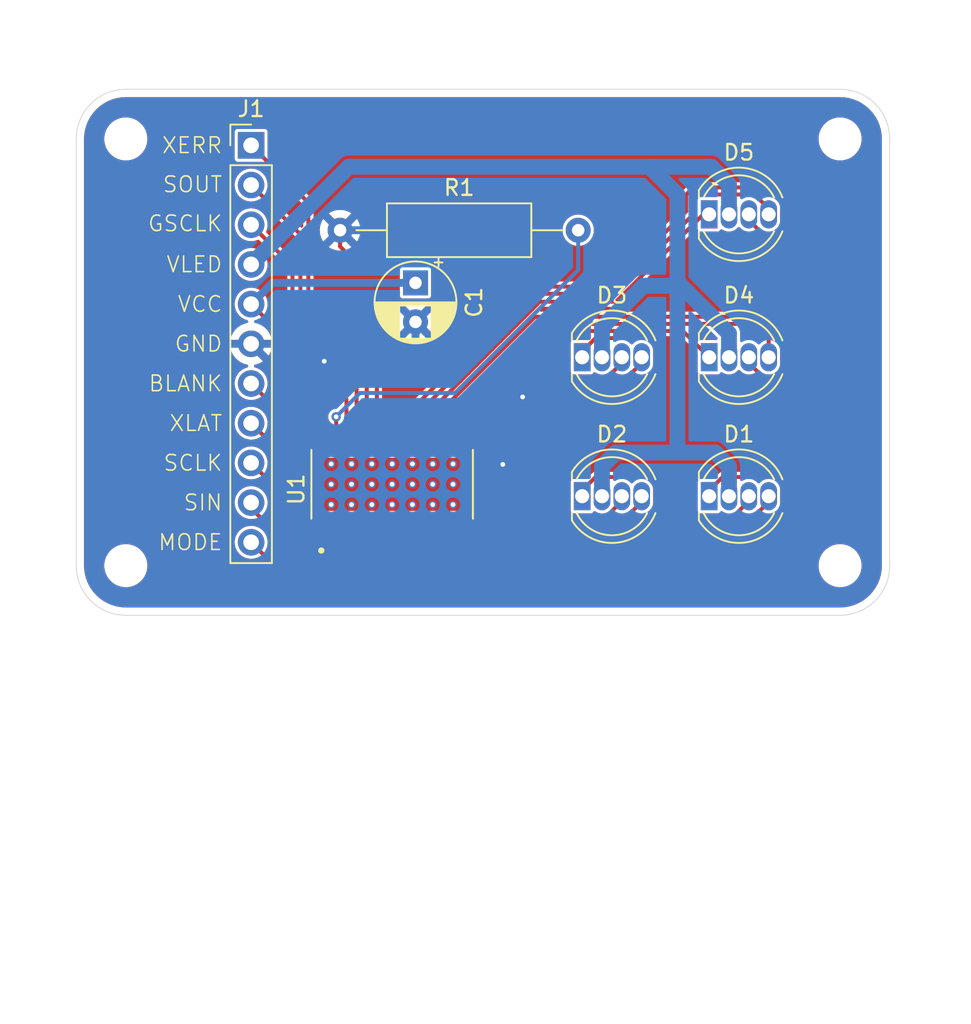
<source format=kicad_pcb>
(kicad_pcb (version 20240108) (generator "pcbnew") (generator_version "8.0")
  (layers (0 "F.Cu" signal) (31 "B.Cu" signal) (34 "B.Paste" user) (35 "F.Paste" user) (36 "B.SilkS" user "B.Silkscreen") (37 "F.SilkS" user "F.Silkscreen") (38 "B.Mask" user) (39 "F.Mask" user) (44 "Edge.Cuts" user))
  (net 0 "")
  (net 1 "VCC")
  (net 2 "GND")
  (net 3 "Net-(D1-BK)")
  (net 4 "Net-(D1-GK)")
  (net 5 "Net-(D1-RK)")
  (net 6 "VLED")
  (net 7 "Net-(D2-GK)")
  (net 8 "Net-(D2-RK)")
  (net 9 "Net-(D2-BK)")
  (net 11 "Net-(D3-GK)")
  (net 12 "Net-(D3-RK)")
  (net 13 "Net-(D3-BK)")
  (net 14 "Net-(D4-GK)")
  (net 15 "Net-(D4-BK)")
  (net 16 "Net-(D4-RK)")
  (net 17 "Net-(D5-BK)")
  (net 18 "Net-(D5-RK)")
  (net 19 "Net-(D5-GK)")
  (net 20 "SOUT")
  (net 21 "SCLK")
  (net 22 "BLANK")
  (net 23 "XERR")
  (net 25 "MODE")
  (net 26 "SIN")
  (net 27 "GSCLK")
  (net 28 "XLAT")
  (net 29 "Net-(U1-IREF)")
  (footprint "MountingHole:MountingHole_2.5mm" (layer "F.Cu") (at 30.48 86.995)
    (property "Reference" "REF**" (hide yes))
    (property "Value" "MountingHole_2.5mm")
    (pad "" np_thru_hole circle (at 0 0) (size 2.5 2.5) (drill 2.5) (layers "*.Cu" "*.Mask"))
  )
  (footprint "local_feetprint:third leg common LED_D5.0mm-4_RGB" (layer "F.Cu") (at 59.69 73.66)
    (property "Reference" "D3" (at 1.905 -3.96 0) (layer "F.SilkS"))
    (property "Value" "LED_ARGB")
    (fp_line (start -0.655 -1.545) (end -0.655 -1.08) (stroke (width 0.12)) (layer "F.SilkS"))
    (fp_line (start -0.655 1.08) (end -0.655 1.545) (stroke (width 0.12)) (layer "F.SilkS"))
    (fp_arc (start -0.655 -1.54483) (mid 2.163456 -2.978809) (end 4.692815 -1.080827) (stroke (width 0.12)) (layer "F.SilkS"))
    (fp_arc (start -0.349684 -1.08) (mid 1.904762 -2.5) (end 4.159479 -1.080429) (stroke (width 0.12)) (layer "F.SilkS"))
    (fp_arc (start 4.159479 1.080429) (mid 1.904762 2.5) (end -0.349684 1.08) (stroke (width 0.12)) (layer "F.SilkS"))
    (fp_arc (start 4.692815 1.080827) (mid 2.163456 2.978808) (end -0.655 1.54483) (stroke (width 0.12)) (layer "F.SilkS"))
    (pad "1" thru_hole oval (at 1.27 0) (size 1.07 1.8) (drill 0.9) (layers "*.Cu" "*.Mask") (net 6 "VLED"))
    (pad "2" thru_hole rect (at 0 0) (size 1.07 1.8) (drill 0.9) (layers "*.Cu" "*.Mask") (net 12 "Net-(D3-RK)"))
    (pad "3" thru_hole oval (at 3.81 0) (size 1.07 1.8) (drill 0.9) (layers "*.Cu" "*.Mask") (net 11 "Net-(D3-GK)"))
    (pad "4" thru_hole oval (at 2.54 0) (size 1.07 1.8) (drill 0.9) (layers "*.Cu" "*.Mask") (net 13 "Net-(D3-BK)"))
  )
  (footprint "Connector_PinHeader_2.54mm:PinHeader_1x11_P2.54mm_Vertical" (layer "F.Cu") (at 38.5 60.1)
    (property "Reference" "J1" (at 0 -2.33 0) (layer "F.SilkS"))
    (property "Value" "Conn_01x11_Pin")
    (fp_line (start -1.33 -1.33) (end 0 -1.33) (stroke (width 0.12)) (layer "F.SilkS"))
    (fp_line (start -1.33 0) (end -1.33 -1.33) (stroke (width 0.12)) (layer "F.SilkS"))
    (fp_line (start -1.33 1.27) (end -1.33 26.73) (stroke (width 0.12)) (layer "F.SilkS"))
    (fp_line (start -1.33 1.27) (end 1.33 1.27) (stroke (width 0.12)) (layer "F.SilkS"))
    (fp_line (start -1.33 26.73) (end 1.33 26.73) (stroke (width 0.12)) (layer "F.SilkS"))
    (fp_line (start 1.33 1.27) (end 1.33 26.73) (stroke (width 0.12)) (layer "F.SilkS"))
    (fp_text user "SIN" (at -1.778 22.86 0) (layer "F.SilkS") (effects (font (thickness 0.1)) (justify right)))
    (fp_text user "VCC" (at -1.778 10.16 0) (layer "F.SilkS") (effects (font (thickness 0.1)) (justify right)))
    (fp_text user "XERR" (at -1.778 0 0) (layer "F.SilkS") (effects (font (thickness 0.1)) (justify right)))
    (fp_text user "SOUT" (at -1.778 2.5 0) (layer "F.SilkS") (effects (font (thickness 0.1)) (justify right)))
    (fp_text user "GSCLK" (at -1.778 5 0) (layer "F.SilkS") (effects (font (thickness 0.1)) (justify right)))
    (fp_text user "GND" (at -1.778 12.7 0) (layer "F.SilkS") (effects (font (thickness 0.1)) (justify right)))
    (fp_text user "MODE" (at -1.778 25.4 0) (layer "F.SilkS") (effects (font (thickness 0.1)) (justify right)))
    (fp_text user "VLED" (at -1.778 7.62 0) (layer "F.SilkS") (effects (font (thickness 0.1)) (justify right)))
    (fp_text user "XLAT" (at -1.778 17.78 0) (layer "F.SilkS") (effects (font (thickness 0.1)) (justify right)))
    (fp_text user "SCLK" (at -1.778 20.32 0) (layer "F.SilkS") (effects (font (thickness 0.1)) (justify right)))
    (fp_text user "BLANK" (at -1.778 15.24 0) (layer "F.SilkS") (effects (font (thickness 0.1)) (justify right)))
    (pad "1" thru_hole rect (at 0 0) (size 1.7 1.7) (drill 1) (layers "*.Cu" "*.Mask") (net 23 "XERR"))
    (pad "2" thru_hole oval (at 0 2.54) (size 1.7 1.7) (drill 1) (layers "*.Cu" "*.Mask") (net 20 "SOUT"))
    (pad "3" thru_hole oval (at 0 5.08) (size 1.7 1.7) (drill 1) (layers "*.Cu" "*.Mask") (net 27 "GSCLK"))
    (pad "4" thru_hole oval (at 0 7.62) (size 1.7 1.7) (drill 1) (layers "*.Cu" "*.Mask") (net 6 "VLED"))
    (pad "5" thru_hole oval (at 0 10.16) (size 1.7 1.7) (drill 1) (layers "*.Cu" "*.Mask") (net 1 "VCC"))
    (pad "6" thru_hole oval (at 0 12.7) (size 1.7 1.7) (drill 1) (layers "*.Cu" "*.Mask") (net 2 "GND"))
    (pad "7" thru_hole oval (at 0 15.24) (size 1.7 1.7) (drill 1) (layers "*.Cu" "*.Mask") (net 22 "BLANK"))
    (pad "8" thru_hole oval (at 0 17.78) (size 1.7 1.7) (drill 1) (layers "*.Cu" "*.Mask") (net 28 "XLAT"))
    (pad "9" thru_hole oval (at 0 20.32) (size 1.7 1.7) (drill 1) (layers "*.Cu" "*.Mask") (net 21 "SCLK"))
    (pad "10" thru_hole oval (at 0 22.86) (size 1.7 1.7) (drill 1) (layers "*.Cu" "*.Mask") (net 26 "SIN"))
    (pad "11" thru_hole oval (at 0 25.4) (size 1.7 1.7) (drill 1) (layers "*.Cu" "*.Mask") (net 25 "MODE"))
  )
  (footprint "MountingHole:MountingHole_2.5mm" (layer "F.Cu") (at 76.2 59.69)
    (property "Reference" "REF**" (hide yes))
    (property "Value" "MountingHole_2.5mm")
    (pad "" np_thru_hole circle (at 0 0) (size 2.5 2.5) (drill 2.5) (layers "*.Cu" "*.Mask"))
  )
  (footprint "MountingHole:MountingHole_2.5mm" (layer "F.Cu") (at 76.2 86.995)
    (property "Reference" "REF**" (hide yes))
    (property "Value" "MountingHole_2.5mm")
    (pad "" np_thru_hole circle (at 0 0) (size 2.5 2.5) (drill 2.5) (layers "*.Cu" "*.Mask"))
  )
  (footprint "Resistor_THT:R_Axial_DIN0309_L9.0mm_D3.2mm_P15.24mm_Horizontal" (layer "F.Cu") (at 44.196 65.532)
    (property "Reference" "R1" (at 7.62 -2.72 0) (layer "F.SilkS"))
    (property "Value" "2.4K")
    (fp_line (start 1.04 0) (end 3 0) (stroke (width 0.12)) (layer "F.SilkS"))
    (fp_line (start 3 -1.72) (end 3 1.72) (stroke (width 0.12)) (layer "F.SilkS"))
    (fp_line (start 3 1.72) (end 12.24 1.72) (stroke (width 0.12)) (layer "F.SilkS"))
    (fp_line (start 12.24 -1.72) (end 3 -1.72) (stroke (width 0.12)) (layer "F.SilkS"))
    (fp_line (start 12.24 1.72) (end 12.24 -1.72) (stroke (width 0.12)) (layer "F.SilkS"))
    (fp_line (start 14.2 0) (end 12.24 0) (stroke (width 0.12)) (layer "F.SilkS"))
    (pad "1" thru_hole circle (at 0 0) (size 1.6 1.6) (drill 0.8) (layers "*.Cu" "*.Mask") (net 2 "GND"))
    (pad "2" thru_hole oval (at 15.24 0) (size 1.6 1.6) (drill 0.8) (layers "*.Cu" "*.Mask") (net 29 "Net-(U1-IREF)"))
  )
  (footprint "local_feetprint:third leg common LED_D5.0mm-4_RGB" (layer "F.Cu") (at 67.818 82.55)
    (property "Reference" "D1" (at 1.905 -3.96 0) (layer "F.SilkS"))
    (property "Value" "LED_ARGB")
    (fp_line (start -0.655 -1.545) (end -0.655 -1.08) (stroke (width 0.12)) (layer "F.SilkS"))
    (fp_line (start -0.655 1.08) (end -0.655 1.545) (stroke (width 0.12)) (layer "F.SilkS"))
    (fp_arc (start -0.655 -1.54483) (mid 2.163456 -2.978809) (end 4.692815 -1.080827) (stroke (width 0.12)) (layer "F.SilkS"))
    (fp_arc (start -0.349684 -1.08) (mid 1.904762 -2.5) (end 4.159479 -1.080429) (stroke (width 0.12)) (layer "F.SilkS"))
    (fp_arc (start 4.159479 1.080429) (mid 1.904762 2.5) (end -0.349684 1.08) (stroke (width 0.12)) (layer "F.SilkS"))
    (fp_arc (start 4.692815 1.080827) (mid 2.163456 2.978808) (end -0.655 1.54483) (stroke (width 0.12)) (layer "F.SilkS"))
    (pad "1" thru_hole oval (at 1.27 0) (size 1.07 1.8) (drill 0.9) (layers "*.Cu" "*.Mask") (net 6 "VLED"))
    (pad "2" thru_hole rect (at 0 0) (size 1.07 1.8) (drill 0.9) (layers "*.Cu" "*.Mask") (net 5 "Net-(D1-RK)"))
    (pad "3" thru_hole oval (at 3.81 0) (size 1.07 1.8) (drill 0.9) (layers "*.Cu" "*.Mask") (net 4 "Net-(D1-GK)"))
    (pad "4" thru_hole oval (at 2.54 0) (size 1.07 1.8) (drill 0.9) (layers "*.Cu" "*.Mask") (net 3 "Net-(D1-BK)"))
  )
  (footprint "local_feetprint:third leg common LED_D5.0mm-4_RGB" (layer "F.Cu") (at 59.69 82.55)
    (property "Reference" "D2" (at 1.905 -3.96 0) (layer "F.SilkS"))
    (property "Value" "LED_ARGB")
    (fp_line (start -0.655 -1.545) (end -0.655 -1.08) (stroke (width 0.12)) (layer "F.SilkS"))
    (fp_line (start -0.655 1.08) (end -0.655 1.545) (stroke (width 0.12)) (layer "F.SilkS"))
    (fp_arc (start -0.655 -1.54483) (mid 2.163456 -2.978809) (end 4.692815 -1.080827) (stroke (width 0.12)) (layer "F.SilkS"))
    (fp_arc (start -0.349684 -1.08) (mid 1.904762 -2.5) (end 4.159479 -1.080429) (stroke (width 0.12)) (layer "F.SilkS"))
    (fp_arc (start 4.159479 1.080429) (mid 1.904762 2.5) (end -0.349684 1.08) (stroke (width 0.12)) (layer "F.SilkS"))
    (fp_arc (start 4.692815 1.080827) (mid 2.163456 2.978808) (end -0.655 1.54483) (stroke (width 0.12)) (layer "F.SilkS"))
    (pad "1" thru_hole oval (at 1.27 0) (size 1.07 1.8) (drill 0.9) (layers "*.Cu" "*.Mask") (net 6 "VLED"))
    (pad "2" thru_hole rect (at 0 0) (size 1.07 1.8) (drill 0.9) (layers "*.Cu" "*.Mask") (net 8 "Net-(D2-RK)"))
    (pad "3" thru_hole oval (at 3.81 0) (size 1.07 1.8) (drill 0.9) (layers "*.Cu" "*.Mask") (net 7 "Net-(D2-GK)"))
    (pad "4" thru_hole oval (at 2.54 0) (size 1.07 1.8) (drill 0.9) (layers "*.Cu" "*.Mask") (net 9 "Net-(D2-BK)"))
  )
  (footprint "local_feetprint:third leg common LED_D5.0mm-4_RGB" (layer "F.Cu") (at 67.818 64.516)
    (property "Reference" "D5" (at 1.905 -3.96 0) (layer "F.SilkS"))
    (property "Value" "LED_ARGB")
    (fp_line (start -0.655 -1.545) (end -0.655 -1.08) (stroke (width 0.12)) (layer "F.SilkS"))
    (fp_line (start -0.655 1.08) (end -0.655 1.545) (stroke (width 0.12)) (layer "F.SilkS"))
    (fp_arc (start -0.655 -1.54483) (mid 2.163456 -2.978809) (end 4.692815 -1.080827) (stroke (width 0.12)) (layer "F.SilkS"))
    (fp_arc (start -0.349684 -1.08) (mid 1.904762 -2.5) (end 4.159479 -1.080429) (stroke (width 0.12)) (layer "F.SilkS"))
    (fp_arc (start 4.159479 1.080429) (mid 1.904762 2.5) (end -0.349684 1.08) (stroke (width 0.12)) (layer "F.SilkS"))
    (fp_arc (start 4.692815 1.080827) (mid 2.163456 2.978808) (end -0.655 1.54483) (stroke (width 0.12)) (layer "F.SilkS"))
    (pad "1" thru_hole oval (at 1.27 0) (size 1.07 1.8) (drill 0.9) (layers "*.Cu" "*.Mask") (net 6 "VLED"))
    (pad "2" thru_hole rect (at 0 0) (size 1.07 1.8) (drill 0.9) (layers "*.Cu" "*.Mask") (net 18 "Net-(D5-RK)"))
    (pad "3" thru_hole oval (at 3.81 0) (size 1.07 1.8) (drill 0.9) (layers "*.Cu" "*.Mask") (net 19 "Net-(D5-GK)"))
    (pad "4" thru_hole oval (at 2.54 0) (size 1.07 1.8) (drill 0.9) (layers "*.Cu" "*.Mask") (net 17 "Net-(D5-BK)"))
  )
  (footprint "Capacitor_THT:CP_Radial_D5.0mm_P2.50mm" (layer "F.Cu") (at 49.022 68.898888 -90)
    (property "Reference" "C1" (at 1.25 -3.75 90) (layer "F.SilkS"))
    (property "Value" "C_Polarized")
    (fp_line (start 1.49 1.04) (end 1.49 2.569) (stroke (width 0.12)) (layer "F.SilkS"))
    (fp_line (start 1.53 1.04) (end 1.53 2.565) (stroke (width 0.12)) (layer "F.SilkS"))
    (fp_line (start 1.57 1.04) (end 1.57 2.561) (stroke (width 0.12)) (layer "F.SilkS"))
    (fp_line (start 1.61 1.04) (end 1.61 2.556) (stroke (width 0.12)) (layer "F.SilkS"))
    (fp_line (start 1.65 1.04) (end 1.65 2.55) (stroke (width 0.12)) (layer "F.SilkS"))
    (fp_line (start 1.69 1.04) (end 1.69 2.543) (stroke (width 0.12)) (layer "F.SilkS"))
    (fp_line (start 1.73 1.04) (end 1.73 2.536) (stroke (width 0.12)) (layer "F.SilkS"))
    (fp_line (start 1.77 1.04) (end 1.77 2.528) (stroke (width 0.12)) (layer "F.SilkS"))
    (fp_line (start 1.81 1.04) (end 1.81 2.52) (stroke (width 0.12)) (layer "F.SilkS"))
    (fp_line (start 1.85 1.04) (end 1.85 2.511) (stroke (width 0.12)) (layer "F.SilkS"))
    (fp_line (start 1.89 1.04) (end 1.89 2.501) (stroke (width 0.12)) (layer "F.SilkS"))
    (fp_line (start 1.93 1.04) (end 1.93 2.491) (stroke (width 0.12)) (layer "F.SilkS"))
    (fp_line (start 1.971 1.04) (end 1.971 2.48) (stroke (width 0.12)) (layer "F.SilkS"))
    (fp_line (start 2.011 1.04) (end 2.011 2.468) (stroke (width 0.12)) (layer "F.SilkS"))
    (fp_line (start 2.051 1.04) (end 2.051 2.455) (stroke (width 0.12)) (layer "F.SilkS"))
    (fp_line (start 2.091 1.04) (end 2.091 2.442) (stroke (width 0.12)) (layer "F.SilkS"))
    (fp_line (start 2.131 1.04) (end 2.131 2.428) (stroke (width 0.12)) (layer "F.SilkS"))
    (fp_line (start 2.171 1.04) (end 2.171 2.414) (stroke (width 0.12)) (layer "F.SilkS"))
    (fp_line (start 2.211 1.04) (end 2.211 2.398) (stroke (width 0.12)) (layer "F.SilkS"))
    (fp_line (start 2.251 1.04) (end 2.251 2.382) (stroke (width 0.12)) (layer "F.SilkS"))
    (fp_line (start 2.291 1.04) (end 2.291 2.365) (stroke (width 0.12)) (layer "F.SilkS"))
    (fp_line (start 2.331 1.04) (end 2.331 2.348) (stroke (width 0.12)) (layer "F.SilkS"))
    (fp_line (start 2.371 1.04) (end 2.371 2.329) (stroke (width 0.12)) (layer "F.SilkS"))
    (fp_line (start 2.411 1.04) (end 2.411 2.31) (stroke (width 0.12)) (layer "F.SilkS"))
    (fp_line (start 2.451 1.04) (end 2.451 2.29) (stroke (width 0.12)) (layer "F.SilkS"))
    (fp_line (start 2.491 1.04) (end 2.491 2.268) (stroke (width 0.12)) (layer "F.SilkS"))
    (fp_line (start 2.531 1.04) (end 2.531 2.247) (stroke (width 0.12)) (layer "F.SilkS"))
    (fp_line (start 2.571 1.04) (end 2.571 2.224) (stroke (width 0.12)) (layer "F.SilkS"))
    (fp_line (start 2.611 1.04) (end 2.611 2.2) (stroke (width 0.12)) (layer "F.SilkS"))
    (fp_line (start 2.651 1.04) (end 2.651 2.175) (stroke (width 0.12)) (layer "F.SilkS"))
    (fp_line (start 2.691 1.04) (end 2.691 2.149) (stroke (width 0.12)) (layer "F.SilkS"))
    (fp_line (start 2.731 1.04) (end 2.731 2.122) (stroke (width 0.12)) (layer "F.SilkS"))
    (fp_line (start 2.771 1.04) (end 2.771 2.095) (stroke (width 0.12)) (layer "F.SilkS"))
    (fp_line (start 2.811 1.04) (end 2.811 2.065) (stroke (width 0.12)) (layer "F.SilkS"))
    (fp_line (start 2.851 1.04) (end 2.851 2.035) (stroke (width 0.12)) (layer "F.SilkS"))
    (fp_line (start 2.891 1.04) (end 2.891 2.004) (stroke (width 0.12)) (layer "F.SilkS"))
    (fp_line (start 2.931 1.04) (end 2.931 1.971) (stroke (width 0.12)) (layer "F.SilkS"))
    (fp_line (start 2.971 1.04) (end 2.971 1.937) (stroke (width 0.12)) (layer "F.SilkS"))
    (fp_line (start 3.011 1.04) (end 3.011 1.901) (stroke (width 0.12)) (layer "F.SilkS"))
    (fp_line (start 3.051 1.04) (end 3.051 1.864) (stroke (width 0.12)) (layer "F.SilkS"))
    (fp_line (start 3.091 1.04) (end 3.091 1.826) (stroke (width 0.12)) (layer "F.SilkS"))
    (fp_line (start 3.131 1.04) (end 3.131 1.785) (stroke (width 0.12)) (layer "F.SilkS"))
    (fp_line (start 3.171 1.04) (end 3.171 1.743) (stroke (width 0.12)) (layer "F.SilkS"))
    (fp_line (start 3.211 1.04) (end 3.211 1.699) (stroke (width 0.12)) (layer "F.SilkS"))
    (fp_line (start 3.251 1.04) (end 3.251 1.653) (stroke (width 0.12)) (layer "F.SilkS"))
    (fp_line (start 3.291 1.04) (end 3.291 1.605) (stroke (width 0.12)) (layer "F.SilkS"))
    (fp_line (start 3.331 1.04) (end 3.331 1.554) (stroke (width 0.12)) (layer "F.SilkS"))
    (fp_line (start 3.371 1.04) (end 3.371 1.5) (stroke (width 0.12)) (layer "F.SilkS"))
    (fp_line (start 3.411 1.04) (end 3.411 1.443) (stroke (width 0.12)) (layer "F.SilkS"))
    (fp_line (start 3.451 1.04) (end 3.451 1.383) (stroke (width 0.12)) (layer "F.SilkS"))
    (fp_line (start 3.491 1.04) (end 3.491 1.319) (stroke (width 0.12)) (layer "F.SilkS"))
    (fp_line (start 3.531 1.04) (end 3.531 1.251) (stroke (width 0.12)) (layer "F.SilkS"))
    (fp_line (start 3.851 -0.284) (end 3.851 0.284) (stroke (width 0.12)) (layer "F.SilkS"))
    (fp_line (start 3.811 -0.518) (end 3.811 0.518) (stroke (width 0.12)) (layer "F.SilkS"))
    (fp_line (start 3.771 -0.677) (end 3.771 0.677) (stroke (width 0.12)) (layer "F.SilkS"))
    (fp_line (start 3.731 -0.805) (end 3.731 0.805) (stroke (width 0.12)) (layer "F.SilkS"))
    (fp_line (start 3.691 -0.915) (end 3.691 0.915) (stroke (width 0.12)) (layer "F.SilkS"))
    (fp_line (start 3.651 -1.011) (end 3.651 1.011) (stroke (width 0.12)) (layer "F.SilkS"))
    (fp_line (start 3.611 -1.098) (end 3.611 1.098) (stroke (width 0.12)) (layer "F.SilkS"))
    (fp_line (start 3.571 -1.178) (end 3.571 1.178) (stroke (width 0.12)) (layer "F.SilkS"))
    (fp_line (start 3.531 -1.251) (end 3.531 -1.04) (stroke (width 0.12)) (layer "F.SilkS"))
    (fp_line (start 3.491 -1.319) (end 3.491 -1.04) (stroke (width 0.12)) (layer "F.SilkS"))
    (fp_line (start 3.451 -1.383) (end 3.451 -1.04) (stroke (width 0.12)) (layer "F.SilkS"))
    (fp_line (start 3.411 -1.443) (end 3.411 -1.04) (stroke (width 0.12)) (layer "F.SilkS"))
    (fp_line (start -1.554775 -1.475) (end -1.054775 -1.475) (stroke (width 0.12)) (layer "F.SilkS"))
    (fp_line (start 3.371 -1.5) (end 3.371 -1.04) (stroke (width 0.12)) (layer "F.SilkS"))
    (fp_line (start 3.331 -1.554) (end 3.331 -1.04) (stroke (width 0.12)) (layer "F.SilkS"))
    (fp_line (start 3.291 -1.605) (end 3.291 -1.04) (stroke (width 0.12)) (layer "F.SilkS"))
    (fp_line (start 3.251 -1.653) (end 3.251 -1.04) (stroke (width 0.12)) (layer "F.SilkS"))
    (fp_line (start 3.211 -1.699) (end 3.211 -1.04) (stroke (width 0.12)) (layer "F.SilkS"))
    (fp_line (start -1.304775 -1.725) (end -1.304775 -1.225) (stroke (width 0.12)) (layer "F.SilkS"))
    (fp_line (start 3.171 -1.743) (end 3.171 -1.04) (stroke (width 0.12)) (layer "F.SilkS"))
    (fp_line (start 3.131 -1.785) (end 3.131 -1.04) (stroke (width 0.12)) (layer "F.SilkS"))
    (fp_line (start 3.091 -1.826) (end 3.091 -1.04) (stroke (width 0.12)) (layer "F.SilkS"))
    (fp_line (start 3.051 -1.864) (end 3.051 -1.04) (stroke (width 0.12)) (layer "F.SilkS"))
    (fp_line (start 3.011 -1.901) (end 3.011 -1.04) (stroke (width 0.12)) (layer "F.SilkS"))
    (fp_line (start 2.971 -1.937) (end 2.971 -1.04) (stroke (width 0.12)) (layer "F.SilkS"))
    (fp_line (start 2.931 -1.971) (end 2.931 -1.04) (stroke (width 0.12)) (layer "F.SilkS"))
    (fp_line (start 2.891 -2.004) (end 2.891 -1.04) (stroke (width 0.12)) (layer "F.SilkS"))
    (fp_line (start 2.851 -2.035) (end 2.851 -1.04) (stroke (width 0.12)) (layer "F.SilkS"))
    (fp_line (start 2.811 -2.065) (end 2.811 -1.04) (stroke (width 0.12)) (layer "F.SilkS"))
    (fp_line (start 2.771 -2.095) (end 2.771 -1.04) (stroke (width 0.12)) (layer "F.SilkS"))
    (fp_line (start 2.731 -2.122) (end 2.731 -1.04) (stroke (width 0.12)) (layer "F.SilkS"))
    (fp_line (start 2.691 -2.149) (end 2.691 -1.04) (stroke (width 0.12)) (layer "F.SilkS"))
    (fp_line (start 2.651 -2.175) (end 2.651 -1.04) (stroke (width 0.12)) (layer "F.SilkS"))
    (fp_line (start 2.611 -2.2) (end 2.611 -1.04) (stroke (width 0.12)) (layer "F.SilkS"))
    (fp_line (start 2.571 -2.224) (end 2.571 -1.04) (stroke (width 0.12)) (layer "F.SilkS"))
    (fp_line (start 2.531 -2.247) (end 2.531 -1.04) (stroke (width 0.12)) (layer "F.SilkS"))
    (fp_line (start 2.491 -2.268) (end 2.491 -1.04) (stroke (width 0.12)) (layer "F.SilkS"))
    (fp_line (start 2.451 -2.29) (end 2.451 -1.04) (stroke (width 0.12)) (layer "F.SilkS"))
    (fp_line (start 2.411 -2.31) (end 2.411 -1.04) (stroke (width 0.12)) (layer "F.SilkS"))
    (fp_line (start 2.371 -2.329) (end 2.371 -1.04) (stroke (width 0.12)) (layer "F.SilkS"))
    (fp_line (start 2.331 -2.348) (end 2.331 -1.04) (stroke (width 0.12)) (layer "F.SilkS"))
    (fp_line (start 2.291 -2.365) (end 2.291 -1.04) (stroke (width 0.12)) (layer "F.SilkS"))
    (fp_line (start 2.251 -2.382) (end 2.251 -1.04) (stroke (width 0.12)) (layer "F.SilkS"))
    (fp_line (start 2.211 -2.398) (end 2.211 -1.04) (stroke (width 0.12)) (layer "F.SilkS"))
    (fp_line (start 2.171 -2.414) (end 2.171 -1.04) (stroke (width 0.12)) (layer "F.SilkS"))
    (fp_line (start 2.131 -2.428) (end 2.131 -1.04) (stroke (width 0.12)) (layer "F.SilkS"))
    (fp_line (start 2.091 -2.442) (end 2.091 -1.04) (stroke (width 0.12)) (layer "F.SilkS"))
    (fp_line (start 2.051 -2.455) (end 2.051 -1.04) (stroke (width 0.12)) (layer "F.SilkS"))
    (fp_line (start 2.011 -2.468) (end 2.011 -1.04) (stroke (width 0.12)) (layer "F.SilkS"))
    (fp_line (start 1.971 -2.48) (end 1.971 -1.04) (stroke (width 0.12)) (layer "F.SilkS"))
    (fp_line (start 1.93 -2.491) (end 1.93 -1.04) (stroke (width 0.12)) (layer "F.SilkS"))
    (fp_line (start 1.89 -2.501) (end 1.89 -1.04) (stroke (width 0.12)) (layer "F.SilkS"))
    (fp_line (start 1.85 -2.511) (end 1.85 -1.04) (stroke (width 0.12)) (layer "F.SilkS"))
    (fp_line (start 1.81 -2.52) (end 1.81 -1.04) (stroke (width 0.12)) (layer "F.SilkS"))
    (fp_line (start 1.77 -2.528) (end 1.77 -1.04) (stroke (width 0.12)) (layer "F.SilkS"))
    (fp_line (start 1.73 -2.536) (end 1.73 -1.04) (stroke (width 0.12)) (layer "F.SilkS"))
    (fp_line (start 1.69 -2.543) (end 1.69 -1.04) (stroke (width 0.12)) (layer "F.SilkS"))
    (fp_line (start 1.65 -2.55) (end 1.65 -1.04) (stroke (width 0.12)) (layer "F.SilkS"))
    (fp_line (start 1.61 -2.556) (end 1.61 -1.04) (stroke (width 0.12)) (layer "F.SilkS"))
    (fp_line (start 1.57 -2.561) (end 1.57 -1.04) (stroke (width 0.12)) (layer "F.SilkS"))
    (fp_line (start 1.53 -2.565) (end 1.53 -1.04) (stroke (width 0.12)) (layer "F.SilkS"))
    (fp_line (start 1.49 -2.569) (end 1.49 -1.04) (stroke (width 0.12)) (layer "F.SilkS"))
    (fp_line (start 1.45 -2.573) (end 1.45 2.573) (stroke (width 0.12)) (layer "F.SilkS"))
    (fp_line (start 1.41 -2.576) (end 1.41 2.576) (stroke (width 0.12)) (layer "F.SilkS"))
    (fp_line (start 1.37 -2.578) (end 1.37 2.578) (stroke (width 0.12)) (layer "F.SilkS"))
    (fp_line (start 1.33 -2.579) (end 1.33 2.579) (stroke (width 0.12)) (layer "F.SilkS"))
    (fp_line (start 1.25 -2.58) (end 1.25 2.58) (stroke (width 0.12)) (layer "F.SilkS"))
    (fp_line (start 1.29 -2.58) (end 1.29 2.58) (stroke (width 0.12)) (layer "F.SilkS"))
    (fp_circle (center 1.25 0) (end 3.87 0) (stroke (width 0.12)) (fill none) (layer "F.SilkS"))
    (pad "1" thru_hole rect (at 0 0 270) (size 1.6 1.6) (drill 0.8) (layers "*.Cu" "*.Mask") (net 1 "VCC"))
    (pad "2" thru_hole circle (at 2.5 0 270) (size 1.6 1.6) (drill 0.8) (layers "*.Cu" "*.Mask") (net 2 "GND"))
  )
  (footprint "MountingHole:MountingHole_2.5mm" (layer "F.Cu") (at 30.48 59.69)
    (property "Reference" "REF**" (hide yes))
    (property "Value" "MountingHole_2.5mm")
    (pad "" np_thru_hole circle (at 0 0) (size 2.5 2.5) (drill 2.5) (layers "*.Cu" "*.Mask"))
  )
  (footprint "local_feetprint:third leg common LED_D5.0mm-4_RGB" (layer "F.Cu") (at 67.818 73.66)
    (property "Reference" "D4" (at 1.905 -3.96 0) (layer "F.SilkS"))
    (property "Value" "LED_ARGB")
    (fp_line (start -0.655 -1.545) (end -0.655 -1.08) (stroke (width 0.12)) (layer "F.SilkS"))
    (fp_line (start -0.655 1.08) (end -0.655 1.545) (stroke (width 0.12)) (layer "F.SilkS"))
    (fp_arc (start -0.655 -1.54483) (mid 2.163456 -2.978809) (end 4.692815 -1.080827) (stroke (width 0.12)) (layer "F.SilkS"))
    (fp_arc (start -0.349684 -1.08) (mid 1.904762 -2.5) (end 4.159479 -1.080429) (stroke (width 0.12)) (layer "F.SilkS"))
    (fp_arc (start 4.159479 1.080429) (mid 1.904762 2.5) (end -0.349684 1.08) (stroke (width 0.12)) (layer "F.SilkS"))
    (fp_arc (start 4.692815 1.080827) (mid 2.163456 2.978808) (end -0.655 1.54483) (stroke (width 0.12)) (layer "F.SilkS"))
    (pad "1" thru_hole oval (at 1.27 0) (size 1.07 1.8) (drill 0.9) (layers "*.Cu" "*.Mask") (net 6 "VLED"))
    (pad "2" thru_hole rect (at 0 0) (size 1.07 1.8) (drill 0.9) (layers "*.Cu" "*.Mask") (net 16 "Net-(D4-RK)"))
    (pad "3" thru_hole oval (at 3.81 0) (size 1.07 1.8) (drill 0.9) (layers "*.Cu" "*.Mask") (net 14 "Net-(D4-GK)"))
    (pad "4" thru_hole oval (at 2.54 0) (size 1.07 1.8) (drill 0.9) (layers "*.Cu" "*.Mask") (net 15 "Net-(D4-BK)"))
  )
  (footprint "local_feetprint:TLC5946PWPR" (layer "F.Cu") (at 47.528 81.788 90)
    (property "Reference" "U1" (at -0.325 -6.135 90) (layer "F.SilkS"))
    (property "Value" "TLC5946PWPR")
    (fp_line (start -2.2 -5.17) (end 2.2 -5.17) (stroke (width 0.127)) (layer "F.SilkS"))
    (fp_line (start -2.2 5.17) (end 2.2 5.17) (stroke (width 0.127)) (layer "F.SilkS"))
    (fp_circle (center -4.24 -4.535) (end -4.14 -4.535) (stroke (width 0.2)) (fill none) (layer "F.SilkS"))
    (pad "1" smd rect (at -2.8 -4.225 90) (size 1.6 0.3) (layers "F.Cu") (net 2 "GND"))
    (pad "2" smd rect (at -2.8 -3.575 90) (size 1.6 0.3) (layers "F.Cu") (net 22 "BLANK"))
    (pad "3" smd rect (at -2.8 -2.925 90) (size 1.6 0.3) (layers "F.Cu") (net 28 "XLAT"))
    (pad "4" smd rect (at -2.8 -2.275 90) (size 1.6 0.3) (layers "F.Cu") (net 21 "SCLK"))
    (pad "5" smd rect (at -2.8 -1.625 90) (size 1.6 0.3) (layers "F.Cu") (net 26 "SIN"))
    (pad "6" smd rect (at -2.8 -0.975 90) (size 1.6 0.3) (layers "F.Cu") (net 25 "MODE"))
    (pad "7" smd rect (at -2.8 -0.325 90) (size 1.6 0.3) (layers "F.Cu") (net 5 "Net-(D1-RK)"))
    (pad "8" smd rect (at -2.8 0.325 90) (size 1.6 0.3) (layers "F.Cu") (net 4 "Net-(D1-GK)"))
    (pad "9" smd rect (at -2.8 0.975 90) (size 1.6 0.3) (layers "F.Cu") (net 3 "Net-(D1-BK)"))
    (pad "10" smd rect (at -2.8 1.625 90) (size 1.6 0.3) (layers "F.Cu") (net 8 "Net-(D2-RK)"))
    (pad "11" smd rect (at -2.8 2.275 90) (size 1.6 0.3) (layers "F.Cu") (net 7 "Net-(D2-GK)"))
    (pad "12" smd rect (at -2.8 2.925 90) (size 1.6 0.3) (layers "F.Cu") (net 9 "Net-(D2-BK)"))
    (pad "13" smd rect (at -2.8 3.575 90) (size 1.6 0.3) (layers "F.Cu") (net 12 "Net-(D3-RK)"))
    (pad "14" smd rect (at -2.8 4.225 90) (size 1.6 0.3) (layers "F.Cu") (net 11 "Net-(D3-GK)"))
    (pad "15" smd rect (at 2.8 4.225 90) (size 1.6 0.3) (layers "F.Cu") (net 13 "Net-(D3-BK)"))
    (pad "16" smd rect (at 2.8 3.575 90) (size 1.6 0.3) (layers "F.Cu") (net 16 "Net-(D4-RK)"))
    (pad "17" smd rect (at 2.8 2.925 90) (size 1.6 0.3) (layers "F.Cu") (net 14 "Net-(D4-GK)"))
    (pad "18" smd rect (at 2.8 2.275 90) (size 1.6 0.3) (layers "F.Cu") (net 15 "Net-(D4-BK)"))
    (pad "19" smd rect (at 2.8 1.625 90) (size 1.6 0.3) (layers "F.Cu") (net 18 "Net-(D5-RK)"))
    (pad "20" smd rect (at 2.8 0.975 90) (size 1.6 0.3) (layers "F.Cu") (net 19 "Net-(D5-GK)"))
    (pad "21" smd rect (at 2.8 0.325 90) (size 1.6 0.3) (layers "F.Cu") (net 17 "Net-(D5-BK)"))
    (pad "22" smd rect (at 2.8 -0.325 90) (size 1.6 0.3) (layers "F.Cu"))
    (pad "23" smd rect (at 2.8 -0.975 90) (size 1.6 0.3) (layers "F.Cu") (net 23 "XERR"))
    (pad "24" smd rect (at 2.8 -1.625 90) (size 1.6 0.3) (layers "F.Cu") (net 20 "SOUT"))
    (pad "25" smd rect (at 2.8 -2.275 90) (size 1.6 0.3) (layers "F.Cu") (net 27 "GSCLK"))
    (pad "26" smd rect (at 2.8 -2.925 90) (size 1.6 0.3) (layers "F.Cu") (net 1 "VCC"))
    (pad "27" smd rect (at 2.8 -3.575 90) (size 1.6 0.3) (layers "F.Cu") (net 29 "Net-(U1-IREF)"))
    (pad "28" smd rect (at 2.8 -4.225 90) (size 1.6 0.3) (layers "F.Cu") (net 1 "VCC"))
    (pad "29" thru_hole circle (at -1.3 -3.9 90) (size 0.5 0.5) (drill 0.3) (layers "*.Cu"))
    (pad "29" thru_hole circle (at -1.3 -2.6 90) (size 0.5 0.5) (drill 0.3) (layers "*.Cu"))
    (pad "29" thru_hole circle (at -1.3 -1.3 90) (size 0.5 0.5) (drill 0.3) (layers "*.Cu"))
    (pad "29" thru_hole circle (at -1.3 0 90) (size 0.5 0.5) (drill 0.3) (layers "*.Cu"))
    (pad "29" thru_hole circle (at -1.3 1.3 90) (size 0.5 0.5) (drill 0.3) (layers "*.Cu"))
    (pad "29" thru_hole circle (at -1.3 2.6 90) (size 0.5 0.5) (drill 0.3) (layers "*.Cu"))
    (pad "29" thru_hole circle (at -1.3 3.9 90) (size 0.5 0.5) (drill 0.3) (layers "*.Cu"))
    (pad "29" thru_hole circle (at 0 -3.9 90) (size 0.5 0.5) (drill 0.3) (layers "*.Cu"))
    (pad "29" thru_hole circle (at 0 -2.6 90) (size 0.5 0.5) (drill 0.3) (layers "*.Cu"))
    (pad "29" thru_hole circle (at 0 -1.3 90) (size 0.5 0.5) (drill 0.3) (layers "*.Cu"))
    (pad "29" thru_hole circle (at 0 0 90) (size 0.5 0.5) (drill 0.3) (layers "*.Cu"))
    (pad "29" smd rect (at 0 0 90) (size 3.4 9.7) (layers "F.Cu"))
    (pad "29" thru_hole circle (at 0 1.3 90) (size 0.5 0.5) (drill 0.3) (layers "*.Cu"))
    (pad "29" thru_hole circle (at 0 2.6 90) (size 0.5 0.5) (drill 0.3) (layers "*.Cu"))
    (pad "29" thru_hole circle (at 0 3.9 90) (size 0.5 0.5) (drill 0.3) (layers "*.Cu"))
    (pad "29" thru_hole circle (at 1.3 -3.9 90) (size 0.5 0.5) (drill 0.3) (layers "*.Cu"))
    (pad "29" thru_hole circle (at 1.3 -2.6 90) (size 0.5 0.5) (drill 0.3) (layers "*.Cu"))
    (pad "29" thru_hole circle (at 1.3 -1.3 90) (size 0.5 0.5) (drill 0.3) (layers "*.Cu"))
    (pad "29" thru_hole circle (at 1.3 0 90) (size 0.5 0.5) (drill 0.3) (layers "*.Cu"))
    (pad "29" thru_hole circle (at 1.3 1.3 90) (size 0.5 0.5) (drill 0.3) (layers "*.Cu"))
    (pad "29" thru_hole circle (at 1.3 2.6 90) (size 0.5 0.5) (drill 0.3) (layers "*.Cu"))
    (pad "29" thru_hole circle (at 1.3 3.9 90) (size 0.5 0.5) (drill 0.3) (layers "*.Cu"))
  )
  (gr_arc (start 76.2 56.515) (mid 78.445064 57.444936) (end 79.375 59.69) (stroke (width 0.05)) (layer "Edge.Cuts"))
  (gr_line (start 79.375 86.995) (end 79.375 59.69) (stroke (width 0.05)) (layer "Edge.Cuts"))
  (gr_line (start 30.48 90.17) (end 76.2 90.17) (stroke (width 0.05)) (layer "Edge.Cuts"))
  (gr_line (start 27.305 59.69) (end 27.305 86.995) (stroke (width 0.05)) (layer "Edge.Cuts"))
  (gr_arc (start 30.48 90.17) (mid 28.234936 89.240064) (end 27.305 86.995) (stroke (width 0.05)) (layer "Edge.Cuts"))
  (gr_arc (start 27.305 59.69) (mid 28.234936 57.444936) (end 30.48 56.515) (stroke (width 0.05)) (layer "Edge.Cuts"))
  (gr_line (start 76.2 56.515) (end 30.48 56.515) (stroke (width 0.05)) (layer "Edge.Cuts"))
  (gr_arc (start 79.375 86.995) (mid 78.445064 89.240064) (end 76.2 90.17) (stroke (width 0.05)) (layer "Edge.Cuts"))
  (segment (start 44.603 78.988) (end 44.603 76.363) (width 0.254) (layer "F.Cu") (net 1))
  (segment (start 44.603 76.363) (end 43.303 75.063) (width 0.254) (layer "F.Cu") (net 1))
  (segment (start 43.303 78.988) (end 43.303 75.063) (width 0.254) (layer "F.Cu") (net 1))
  (segment (start 43.303 75.063) (end 38.5 70.26) (width 0.254) (layer "F.Cu") (net 1))
  (segment (start 49.022 68.898888) (end 39.861112 68.898888) (width 0.508) (layer "B.Cu") (net 1))
  (segment (start 39.861112 68.898888) (end 38.5 70.26) (width 0.508) (layer "B.Cu") (net 1))
  (segment (start 41.656 83.374) (end 42.87 84.588) (width 0.508) (layer "F.Cu") (net 2))
  (segment (start 49.022 71.398888) (end 44.196 66.572888) (width 0.254) (layer "F.Cu") (net 2))
  (segment (start 41.656 75.956) (end 41.656 83.374) (width 0.508) (layer "F.Cu") (net 2))
  (segment (start 42.87 84.588) (end 43.303 84.588) (width 0.508) (layer "F.Cu") (net 2))
  (segment (start 38.5 72.8) (end 41.656 75.956) (width 0.508) (layer "F.Cu") (net 2))
  (segment (start 44.196 66.572888) (end 44.196 65.532) (width 0.254) (layer "F.Cu") (net 2))
  (via (at 55.88 76.2) (size 0.6) (drill 0.3) (layers "F.Cu" "B.Cu") (net 2))
  (via (at 54.61 80.518) (size 0.6) (drill 0.3) (layers "F.Cu" "B.Cu") (net 2))
  (via (at 43.18 73.914) (size 0.6) (drill 0.3) (layers "F.Cu" "B.Cu") (net 2))
  (segment (start 43.18 73.938888) (end 43.18 73.914) (width 0.508) (layer "B.Cu") (net 2))
  (segment (start 49.022 73.938888) (end 49.022 71.398888) (width 0.508) (layer "B.Cu") (net 2))
  (segment (start 44.196 65.532) (end 49.784 65.532) (width 0.508) (layer "B.Cu") (net 2))
  (segment (start 49.022 73.938888) (end 43.18 73.938888) (width 0.508) (layer "B.Cu") (net 2))
  (segment (start 43.18 73.938888) (end 39.638888 73.938888) (width 0.508) (layer "B.Cu") (net 2))
  (segment (start 49.784 73.938888) (end 49.022 73.938888) (width 0.508) (layer "B.Cu") (net 2))
  (segment (start 51.038 66.786) (end 51.038 72.684888) (width 0.508) (layer "B.Cu") (net 2))
  (segment (start 39.638888 73.938888) (end 38.5 72.8) (width 0.508) (layer "B.Cu") (net 2))
  (segment (start 51.038 72.684888) (end 49.784 73.938888) (width 0.508) (layer "B.Cu") (net 2))
  (segment (start 49.784 65.532) (end 51.038 66.786) (width 0.508) (layer "B.Cu") (net 2))
  (segment (start 50.519947 87.738) (end 48.503 85.721053) (width 0.254) (layer "F.Cu") (net 3))
  (segment (start 48.503 85.721053) (end 48.503 84.588) (width 0.254) (layer "F.Cu") (net 3))
  (segment (start 70.358 82.55) (end 70.358 82.864052) (width 0.254) (layer "F.Cu") (net 3))
  (segment (start 65.484052 87.738) (end 50.519947 87.738) (width 0.254) (layer "F.Cu") (net 3))
  (segment (start 70.358 82.864052) (end 65.484052 87.738) (width 0.254) (layer "F.Cu") (net 3))
  (segment (start 71.628 82.55) (end 71.628 82.915) (width 0.254) (layer "F.Cu") (net 4))
  (segment (start 50.331895 88.192) (end 47.853 85.713105) (width 0.254) (layer "F.Cu") (net 4))
  (segment (start 66.351 88.192) (end 50.331895 88.192) (width 0.254) (layer "F.Cu") (net 4))
  (segment (start 47.853 85.713105) (end 47.853 84.588) (width 0.254) (layer "F.Cu") (net 4))
  (segment (start 71.628 82.915) (end 66.351 88.192) (width 0.254) (layer "F.Cu") (net 4))
  (segment (start 72.179 81.323) (end 72.49 81.634) (width 0.254) (layer "F.Cu") (net 5))
  (segment (start 68.072 88.646) (end 50.143843 88.646) (width 0.254) (layer "F.Cu") (net 5))
  (segment (start 68.68 81.323) (end 72.179 81.323) (width 0.254) (layer "F.Cu") (net 5))
  (segment (start 72.49 81.634) (end 72.49 84.228) (width 0.254) (layer "F.Cu") (net 5))
  (segment (start 72.49 84.228) (end 68.072 88.646) (width 0.254) (layer "F.Cu") (net 5))
  (segment (start 47.203 85.705157) (end 47.203 84.588) (width 0.254) (layer "F.Cu") (net 5))
  (segment (start 67.818 82.55) (end 67.818 82.185) (width 0.254) (layer "F.Cu") (net 5))
  (segment (start 67.818 82.185) (end 68.68 81.323) (width 0.254) (layer "F.Cu") (net 5))
  (segment (start 50.143843 88.646) (end 47.203 85.705157) (width 0.254) (layer "F.Cu") (net 5))
  (segment (start 44.752 61.468) (end 64.008 61.468) (width 1.016) (layer "B.Cu") (net 6))
  (segment (start 65.786 69.088) (end 63.616 69.088) (width 1.016) (layer "B.Cu") (net 6))
  (segment (start 60.96 71.744) (end 60.96 73.66) (width 1.016) (layer "B.Cu") (net 6))
  (segment (start 65.786 63.246) (end 65.786 69.088) (width 1.016) (layer "B.Cu") (net 6))
  (segment (start 66.04 69.088) (end 69.088 72.136) (width 1.016) (layer "B.Cu") (net 6))
  (segment (start 69.088 62.6) (end 69.088 64.516) (width 1.016) (layer "B.Cu") (net 6))
  (segment (start 65.786 79.756) (end 61.838 79.756) (width 1.016) (layer "B.Cu") (net 6))
  (segment (start 65.786 69.088) (end 65.786 79.756) (width 1.016) (layer "B.Cu") (net 6))
  (segment (start 64.008 61.468) (end 67.956 61.468) (width 1.016) (layer "B.Cu") (net 6))
  (segment (start 65.786 69.088) (end 66.04 69.088) (width 1.016) (layer "B.Cu") (net 6))
  (segment (start 64.008 61.468) (end 65.786 63.246) (width 1.016) (layer "B.Cu") (net 6))
  (segment (start 63.616 69.088) (end 60.96 71.744) (width 1.016) (layer "B.Cu") (net 6))
  (segment (start 38.5 67.72) (end 44.752 61.468) (width 1.016) (layer "B.Cu") (net 6))
  (segment (start 65.786 79.756) (end 68.21 79.756) (width 1.016) (layer "B.Cu") (net 6))
  (segment (start 61.838 79.756) (end 60.96 80.634) (width 1.016) (layer "B.Cu") (net 6))
  (segment (start 67.956 61.468) (end 69.088 62.6) (width 1.016) (layer "B.Cu") (net 6))
  (segment (start 68.21 79.756) (end 69.088 80.634) (width 1.016) (layer "B.Cu") (net 6))
  (segment (start 69.088 72.136) (end 69.088 73.66) (width 1.016) (layer "B.Cu") (net 6))
  (segment (start 69.088 80.634) (end 69.088 82.55) (width 1.016) (layer "B.Cu") (net 6))
  (segment (start 60.96 80.634) (end 60.96 82.55) (width 1.016) (layer "B.Cu") (net 6))
  (segment (start 49.803 84.588) (end 49.803 85.634052) (width 0.254) (layer "F.Cu") (net 7))
  (segment (start 59.585 86.83) (end 63.5 82.915) (width 0.254) (layer "F.Cu") (net 7))
  (segment (start 49.803 85.634052) (end 50.998948 86.83) (width 0.254) (layer "F.Cu") (net 7))
  (segment (start 50.998948 86.83) (end 59.585 86.83) (width 0.254) (layer "F.Cu") (net 7))
  (segment (start 63.5 82.915) (end 63.5 82.55) (width 0.254) (layer "F.Cu") (net 7))
  (segment (start 60.552 81.323) (end 63.857052 81.323) (width 0.254) (layer "F.Cu") (net 8))
  (segment (start 59.69 82.55) (end 59.69 82.185) (width 0.254) (layer "F.Cu") (net 8))
  (segment (start 49.153 85.729) (end 49.153 84.588) (width 0.254) (layer "F.Cu") (net 8))
  (segment (start 64.362 81.827948) (end 64.362 83.272052) (width 0.254) (layer "F.Cu") (net 8))
  (segment (start 50.708 87.284) (end 49.153 85.729) (width 0.254) (layer "F.Cu") (net 8))
  (segment (start 64.362 83.272052) (end 60.350052 87.284) (width 0.254) (layer "F.Cu") (net 8))
  (segment (start 63.857052 81.323) (end 64.362 81.827948) (width 0.254) (layer "F.Cu") (net 8))
  (segment (start 60.350052 87.284) (end 50.708 87.284) (width 0.254) (layer "F.Cu") (net 8))
  (segment (start 59.69 82.185) (end 60.552 81.323) (width 0.254) (layer "F.Cu") (net 8))
  (segment (start 50.453 85.642) (end 50.453 84.588) (width 0.254) (layer "F.Cu") (net 9))
  (segment (start 58.734052 86.36) (end 51.171 86.36) (width 0.254) (layer "F.Cu") (net 9))
  (segment (start 62.23 82.864052) (end 58.734052 86.36) (width 0.254) (layer "F.Cu") (net 9))
  (segment (start 62.23 82.55) (end 62.23 82.864052) (width 0.254) (layer "F.Cu") (net 9))
  (segment (start 51.171 86.36) (end 50.453 85.642) (width 0.254) (layer "F.Cu") (net 9))
  (segment (start 52.937 84.588) (end 63.5 74.025) (width 0.254) (layer "F.Cu") (net 11))
  (segment (start 63.5 74.025) (end 63.5 73.66) (width 0.254) (layer "F.Cu") (net 11))
  (segment (start 51.753 84.588) (end 52.937 84.588) (width 0.254) (layer "F.Cu") (net 11))
  (segment (start 64.362 72.937948) (end 63.857052 72.433) (width 0.254) (layer "F.Cu") (net 12))
  (segment (start 60.552 72.433) (end 59.69 73.295) (width 0.254) (layer "F.Cu") (net 12))
  (segment (start 63.857052 72.433) (end 60.552 72.433) (width 0.254) (layer "F.Cu") (net 12))
  (segment (start 59.69 73.295) (end 59.69 73.66) (width 0.254) (layer "F.Cu") (net 12))
  (segment (start 64.362 74.382052) (end 64.362 72.937948) (width 0.254) (layer "F.Cu") (net 12))
  (segment (start 51.176 85.715) (end 53.029052 85.715) (width 0.254) (layer "F.Cu") (net 12))
  (segment (start 51.103 85.642) (end 51.176 85.715) (width 0.254) (layer "F.Cu") (net 12))
  (segment (start 51.103 84.588) (end 51.103 85.642) (width 0.254) (layer "F.Cu") (net 12))
  (segment (start 53.029052 85.715) (end 64.362 74.382052) (width 0.254) (layer "F.Cu") (net 12))
  (segment (start 57.267 78.988) (end 51.753 78.988) (width 0.254) (layer "F.Cu") (net 13))
  (segment (start 62.23 74.025) (end 57.267 78.988) (width 0.254) (layer "F.Cu") (net 13))
  (segment (start 62.23 73.66) (end 62.23 74.025) (width 0.254) (layer "F.Cu") (net 13))
  (segment (start 50.453 78.988) (end 50.453 77.934) (width 0.254) (layer "F.Cu") (net 14))
  (segment (start 50.453 77.934) (end 56.862 71.525) (width 0.254) (layer "F.Cu") (net 14))
  (segment (start 56.862 71.525) (end 71.017 71.525) (width 0.254) (layer "F.Cu") (net 14))
  (segment (start 71.628 72.136) (end 71.628 73.66) (width 0.254) (layer "F.Cu") (net 14))
  (segment (start 71.017 71.525) (end 71.628 72.136) (width 0.254) (layer "F.Cu") (net 14))
  (segment (start 49.803 77.941948) (end 49.803 78.988) (width 0.254) (layer "F.Cu") (net 15))
  (segment (start 71.325 71.071) (end 56.673948 71.071) (width 0.254) (layer "F.Cu") (net 15))
  (segment (start 71.22 74.887) (end 72.179 74.887) (width 0.254) (layer "F.Cu") (net 15))
  (segment (start 70.358 73.66) (end 70.358 74.025) (width 0.254) (layer "F.Cu") (net 15))
  (segment (start 72.49 74.576) (end 72.49 72.236) (width 0.254) (layer "F.Cu") (net 15))
  (segment (start 72.49 72.236) (end 71.325 71.071) (width 0.254) (layer "F.Cu") (net 15))
  (segment (start 56.673948 71.071) (end 49.803 77.941948) (width 0.254) (layer "F.Cu") (net 15))
  (segment (start 72.179 74.887) (end 72.49 74.576) (width 0.254) (layer "F.Cu") (net 15))
  (segment (start 70.358 74.025) (end 71.22 74.887) (width 0.254) (layer "F.Cu") (net 15))
  (segment (start 57.058 71.979) (end 66.137 71.979) (width 0.254) (layer "F.Cu") (net 16))
  (segment (start 66.137 71.979) (end 67.818 73.66) (width 0.254) (layer "F.Cu") (net 16))
  (segment (start 51.103 77.934) (end 57.058 71.979) (width 0.254) (layer "F.Cu") (net 16))
  (segment (start 51.103 78.988) (end 51.103 77.934) (width 0.254) (layer "F.Cu") (net 16))
  (segment (start 66.348 63.254948) (end 66.348 64.327948) (width 0.254) (layer "F.Cu") (net 17))
  (segment (start 71.985052 65.743) (end 72.49 65.238052) (width 0.254) (layer "F.Cu") (net 17))
  (segment (start 66.348 64.327948) (end 61.533948 69.142) (width 0.254) (layer "F.Cu") (net 17))
  (segment (start 61.533948 69.142) (end 56.645 69.142) (width 0.254) (layer "F.Cu") (net 17))
  (segment (start 71.488052 62.792) (end 66.810947 62.792) (width 0.254) (layer "F.Cu") (net 17))
  (segment (start 70.358 64.881) (end 71.22 65.743) (width 0.254) (layer "F.Cu") (net 17))
  (segment (start 70.358 64.516) (end 70.358 64.881) (width 0.254) (layer "F.Cu") (net 17))
  (segment (start 56.645 69.142) (end 47.853 77.934) (width 0.254) (layer "F.Cu") (net 17))
  (segment (start 72.49 65.238052) (end 72.49 63.793948) (width 0.254) (layer "F.Cu") (net 17))
  (segment (start 71.22 65.743) (end 71.985052 65.743) (width 0.254) (layer "F.Cu") (net 17))
  (segment (start 47.853 77.934) (end 47.853 78.988) (width 0.254) (layer "F.Cu") (net 17))
  (segment (start 72.49 63.793948) (end 71.488052 62.792) (width 0.254) (layer "F.Cu") (net 17))
  (segment (start 66.810947 62.792) (end 66.348 63.254948) (width 0.254) (layer "F.Cu") (net 17))
  (segment (start 67.444052 64.516) (end 67.818 64.516) (width 0.254) (layer "F.Cu") (net 18))
  (segment (start 49.153 77.934) (end 56.983 70.104) (width 0.254) (layer "F.Cu") (net 18))
  (segment (start 56.983 70.104) (end 61.856052 70.104) (width 0.254) (layer "F.Cu") (net 18))
  (segment (start 49.153 78.988) (end 49.153 77.934) (width 0.254) (layer "F.Cu") (net 18))
  (segment (start 61.856052 70.104) (end 67.444052 64.516) (width 0.254) (layer "F.Cu") (net 18))
  (segment (start 66.802 64.516) (end 66.802 63.443) (width 0.254) (layer "F.Cu") (net 19))
  (segment (start 71.628 64.151) (end 71.628 64.516) (width 0.254) (layer "F.Cu") (net 19))
  (segment (start 56.848948 69.596) (end 61.722 69.596) (width 0.254) (layer "F.Cu") (net 19))
  (segment (start 66.802 63.443) (end 66.999 63.246) (width 0.254) (layer "F.Cu") (net 19))
  (segment (start 66.999 63.246) (end 70.723 63.246) (width 0.254) (layer "F.Cu") (net 19))
  (segment (start 61.722 69.596) (end 66.802 64.516) (width 0.254) (layer "F.Cu") (net 19))
  (segment (start 48.503 78.988) (end 48.503 77.941948) (width 0.254) (layer "F.Cu") (net 19))
  (segment (start 70.723 63.246) (end 71.628 64.151) (width 0.254) (layer "F.Cu") (net 19))
  (segment (start 48.503 77.941948) (end 56.848948 69.596) (width 0.254) (layer "F.Cu") (net 19))
  (segment (start 45.903 78.988) (end 45.903 74.859) (width 0.254) (layer "F.Cu") (net 20))
  (segment (start 41.656 70.612) (end 41.656 65.796) (width 0.254) (layer "F.Cu") (net 20))
  (segment (start 45.903 74.859) (end 41.656 70.612) (width 0.254) (layer "F.Cu") (net 20))
  (segment (start 41.656 65.796) (end 38.5 62.64) (width 0.254) (layer "F.Cu") (net 20))
  (segment (start 39.878 84.051104) (end 42.694896 86.868) (width 0.254) (layer "F.Cu") (net 21))
  (segment (start 38.5 80.42) (end 39.878 81.798) (width 0.254) (layer "F.Cu") (net 21))
  (segment (start 39.878 81.798) (end 39.878 84.051104) (width 0.254) (layer "F.Cu") (net 21))
  (segment (start 42.694896 86.868) (end 44.196 86.868) (width 0.254) (layer "F.Cu") (net 21))
  (segment (start 44.196 86.868) (end 45.253 85.811) (width 0.254) (layer "F.Cu") (net 21))
  (segment (start 45.253 85.811) (end 45.253 84.588) (width 0.254) (layer "F.Cu") (net 21))
  (segment (start 43.743 85.852) (end 43.953 85.642) (width 0.254) (layer "F.Cu") (net 22))
  (segment (start 40.786 83.675) (end 42.963 85.852) (width 0.254) (layer "F.Cu") (net 22))
  (segment (start 42.963 85.852) (end 43.743 85.852) (width 0.254) (layer "F.Cu") (net 22))
  (segment (start 40.786 77.626) (end 40.786 83.675) (width 0.254) (layer "F.Cu") (net 22))
  (segment (start 38.5 75.34) (end 40.786 77.626) (width 0.254) (layer "F.Cu") (net 22))
  (segment (start 43.953 85.642) (end 43.953 84.588) (width 0.254) (layer "F.Cu") (net 22))
  (segment (start 42.164 63.764) (end 42.164 70.104) (width 0.254) (layer "F.Cu") (net 23))
  (segment (start 38.5 60.1) (end 42.164 63.764) (width 0.254) (layer "F.Cu") (net 23))
  (segment (start 42.164 70.104) (end 46.553 74.493) (width 0.254) (layer "F.Cu") (net 23))
  (segment (start 46.553 74.493) (end 46.553 78.988) (width 0.254) (layer "F.Cu") (net 23))
  (segment (start 44.572104 87.776) (end 46.553 85.795104) (width 0.254) (layer "F.Cu") (net 25))
  (segment (start 38.5 85.5) (end 40.776 87.776) (width 0.254) (layer "F.Cu") (net 25))
  (segment (start 40.776 87.776) (end 44.572104 87.776) (width 0.254) (layer "F.Cu") (net 25))
  (segment (start 46.553 85.795104) (end 46.553 84.588) (width 0.254) (layer "F.Cu") (net 25))
  (segment (start 38.5 82.96) (end 38.5 83.315156) (width 0.254) (layer "F.Cu") (net 26))
  (segment (start 44.384052 87.322) (end 45.903 85.803052) (width 0.254) (layer "F.Cu") (net 26))
  (segment (start 38.5 83.315156) (end 42.506843 87.322) (width 0.254) (layer "F.Cu") (net 26))
  (segment (start 45.903 85.803052) (end 45.903 84.588) (width 0.254) (layer "F.Cu") (net 26))
  (segment (start 42.506843 87.322) (end 44.384052 87.322) (width 0.254) (layer "F.Cu") (net 26))
  (segment (start 41.148 70.866) (end 41.148 67.828) (width 0.254) (layer "F.Cu") (net 27))
  (segment (start 45.253 74.971) (end 41.148 70.866) (width 0.254) (layer "F.Cu") (net 27))
  (segment (start 45.253 78.988) (end 45.253 74.971) (width 0.254) (layer "F.Cu") (net 27))
  (segment (start 41.148 67.828) (end 38.5 65.18) (width 0.254) (layer "F.Cu") (net 27))
  (segment (start 40.332 79.712) (end 40.332 83.863052) (width 0.254) (layer "F.Cu") (net 28))
  (segment (start 43.996 86.306) (end 44.603 85.699) (width 0.254) (layer "F.Cu") (net 28))
  (segment (start 42.774948 86.306) (end 43.996 86.306) (width 0.254) (layer "F.Cu") (net 28))
  (segment (start 40.332 83.863052) (end 42.774948 86.306) (width 0.254) (layer "F.Cu") (net 28))
  (segment (start 38.5 77.88) (end 40.332 79.712) (width 0.254) (layer "F.Cu") (net 28))
  (segment (start 44.603 85.699) (end 44.603 84.588) (width 0.254) (layer "F.Cu") (net 28))
  (segment (start 43.953 78.988) (end 43.942 77.47) (width 0.254) (layer "F.Cu") (net 29))
  (segment (start 43.942 77.47) (end 43.953 77.481) (width 0.254) (layer "F.Cu") (net 29))
  (via (at 43.942 77.47) (size 0.6) (drill 0.3) (layers "F.Cu" "B.Cu") (net 29))
  (segment (start 59.436 68.072) (end 59.436 65.532) (width 0.254) (layer "B.Cu") (net 29))
  (segment (start 51.562 75.946) (end 59.436 68.072) (width 0.254) (layer "B.Cu") (net 29))
  (segment (start 45.466 75.946) (end 51.562 75.946) (width 0.254) (layer "B.Cu") (net 29))
  (segment (start 43.942 77.47) (end 45.466 75.946) (width 0.254) (layer "B.Cu") (net 29))
  (zone (net 2) (net_name "GND") (layers "F&B.Cu") (connect_pads (clearance 0.2)) (min_thickness 0.2) (fill yes (thermal_gap 0.5) (thermal_bridge_width 0.5))
    (polygon (pts (xy 23.114 50.8) (xy 84.582 50.8) (xy 84.582 98.806) (xy 23.114 98.806)))
  )
)
</source>
